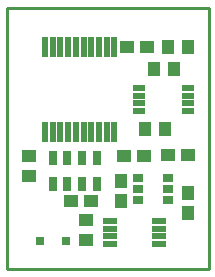
<source format=gts>
G75*
G70*
%OFA0B0*%
%FSLAX24Y24*%
%IPPOS*%
%LPD*%
%AMOC8*
5,1,8,0,0,1.08239X$1,22.5*
%
%ADD10C,0.0100*%
%ADD11R,0.0512X0.0197*%
%ADD12R,0.0276X0.0276*%
%ADD13R,0.0473X0.0434*%
%ADD14R,0.0434X0.0473*%
%ADD15R,0.0210X0.0700*%
%ADD16R,0.0276X0.0473*%
%ADD17R,0.0355X0.0276*%
%ADD18R,0.0423X0.0197*%
D10*
X000150Y000150D02*
X000150Y008850D01*
X006892Y008850D01*
X006892Y000150D01*
X000150Y000150D01*
D11*
X003612Y000974D03*
X003612Y001230D03*
X003612Y001486D03*
X003612Y001742D03*
X005227Y001742D03*
X005227Y001486D03*
X005227Y001230D03*
X005227Y000974D03*
D12*
X002113Y001077D03*
X001247Y001077D03*
D13*
X002299Y002413D03*
X002803Y001788D03*
X002969Y002413D03*
X002803Y001119D03*
X000910Y003255D03*
X000910Y003924D03*
X004063Y003911D03*
X004732Y003911D03*
X005515Y003954D03*
X006184Y003954D03*
X004821Y007541D03*
X004152Y007541D03*
D14*
X005065Y006824D03*
X005535Y007557D03*
X005734Y006824D03*
X006204Y007557D03*
X005426Y004802D03*
X004757Y004802D03*
X003972Y003072D03*
X003972Y002402D03*
X006184Y002674D03*
X006184Y002005D03*
D15*
X003735Y004710D03*
X003485Y004710D03*
X003225Y004710D03*
X002965Y004710D03*
X002715Y004710D03*
X002455Y004710D03*
X002205Y004710D03*
X001945Y004710D03*
X001685Y004710D03*
X001435Y004710D03*
X001435Y007550D03*
X001685Y007550D03*
X001945Y007550D03*
X002205Y007550D03*
X002455Y007550D03*
X002715Y007550D03*
X002965Y007550D03*
X003225Y007550D03*
X003485Y007550D03*
X003735Y007550D03*
D16*
X003158Y003854D03*
X002666Y003854D03*
X002174Y003854D03*
X001682Y003854D03*
X001682Y002988D03*
X002174Y002988D03*
X002666Y002988D03*
X003158Y002988D03*
D17*
X004538Y002805D03*
X004538Y002431D03*
X004538Y003179D03*
X005522Y003179D03*
X005522Y002805D03*
X005522Y002431D03*
D18*
X006191Y005416D03*
X006191Y005672D03*
X006191Y005928D03*
X006191Y006184D03*
X004567Y006184D03*
X004567Y005928D03*
X004567Y005672D03*
X004567Y005416D03*
M02*

</source>
